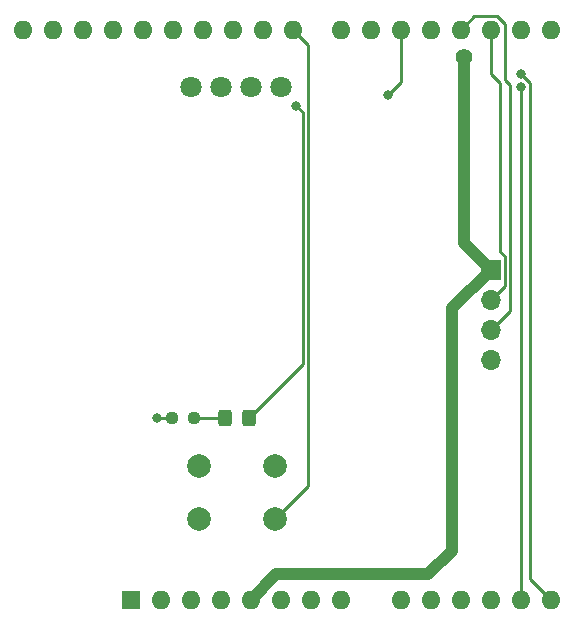
<source format=gbr>
%TF.GenerationSoftware,KiCad,Pcbnew,(6.0.2)*%
%TF.CreationDate,2022-03-01T12:54:45-05:00*%
%TF.ProjectId,arduino_shield,61726475-696e-46f5-9f73-6869656c642e,A*%
%TF.SameCoordinates,PX8954400PY4e95300*%
%TF.FileFunction,Copper,L1,Top*%
%TF.FilePolarity,Positive*%
%FSLAX46Y46*%
G04 Gerber Fmt 4.6, Leading zero omitted, Abs format (unit mm)*
G04 Created by KiCad (PCBNEW (6.0.2)) date 2022-03-01 12:54:45*
%MOMM*%
%LPD*%
G01*
G04 APERTURE LIST*
G04 Aperture macros list*
%AMRoundRect*
0 Rectangle with rounded corners*
0 $1 Rounding radius*
0 $2 $3 $4 $5 $6 $7 $8 $9 X,Y pos of 4 corners*
0 Add a 4 corners polygon primitive as box body*
4,1,4,$2,$3,$4,$5,$6,$7,$8,$9,$2,$3,0*
0 Add four circle primitives for the rounded corners*
1,1,$1+$1,$2,$3*
1,1,$1+$1,$4,$5*
1,1,$1+$1,$6,$7*
1,1,$1+$1,$8,$9*
0 Add four rect primitives between the rounded corners*
20,1,$1+$1,$2,$3,$4,$5,0*
20,1,$1+$1,$4,$5,$6,$7,0*
20,1,$1+$1,$6,$7,$8,$9,0*
20,1,$1+$1,$8,$9,$2,$3,0*%
G04 Aperture macros list end*
%TA.AperFunction,ComponentPad*%
%ADD10C,1.800000*%
%TD*%
%TA.AperFunction,ComponentPad*%
%ADD11C,2.000000*%
%TD*%
%TA.AperFunction,SMDPad,CuDef*%
%ADD12RoundRect,0.237500X0.250000X0.237500X-0.250000X0.237500X-0.250000X-0.237500X0.250000X-0.237500X0*%
%TD*%
%TA.AperFunction,ComponentPad*%
%ADD13R,1.700000X1.700000*%
%TD*%
%TA.AperFunction,ComponentPad*%
%ADD14O,1.700000X1.700000*%
%TD*%
%TA.AperFunction,SMDPad,CuDef*%
%ADD15RoundRect,0.250000X-0.325000X-0.450000X0.325000X-0.450000X0.325000X0.450000X-0.325000X0.450000X0*%
%TD*%
%TA.AperFunction,ComponentPad*%
%ADD16R,1.600000X1.600000*%
%TD*%
%TA.AperFunction,ComponentPad*%
%ADD17O,1.600000X1.600000*%
%TD*%
%TA.AperFunction,ViaPad*%
%ADD18C,1.400000*%
%TD*%
%TA.AperFunction,ViaPad*%
%ADD19C,0.800000*%
%TD*%
%TA.AperFunction,Conductor*%
%ADD20C,1.000000*%
%TD*%
%TA.AperFunction,Conductor*%
%ADD21C,0.250000*%
%TD*%
G04 APERTURE END LIST*
D10*
%TO.P,DS1,1,GND*%
%TO.N,GND*%
X17940000Y-8300000D03*
%TO.P,DS1,2,VCC*%
%TO.N,+5V*%
X20480000Y-8300000D03*
%TO.P,DS1,3,SCL*%
%TO.N,/I2C_SCL*%
X23020000Y-8300000D03*
%TO.P,DS1,4,SDA*%
%TO.N,/I2C_SDA*%
X25560000Y-8300000D03*
%TD*%
D11*
%TO.P,SW1,1,1*%
%TO.N,GND*%
X25050000Y-40400000D03*
X18550000Y-40400000D03*
%TO.P,SW1,2,2*%
%TO.N,/INPUT*%
X18550000Y-44900000D03*
X25050000Y-44900000D03*
%TD*%
D12*
%TO.P,R1,1*%
%TO.N,Net-(D1-Pad1)*%
X18150000Y-36350000D03*
%TO.P,R1,2*%
%TO.N,GND*%
X16325000Y-36350000D03*
%TD*%
D13*
%TO.P,J1,1,Pin_1*%
%TO.N,+5V*%
X43270000Y-23815000D03*
D14*
%TO.P,J1,2,Pin_2*%
%TO.N,/SENSOR_A*%
X43270000Y-26355000D03*
%TO.P,J1,3,Pin_3*%
%TO.N,/SENSOR_B*%
X43270000Y-28895000D03*
%TO.P,J1,4,Pin_4*%
%TO.N,GND*%
X43270000Y-31435000D03*
%TD*%
D15*
%TO.P,D1,1,K*%
%TO.N,Net-(D1-Pad1)*%
X20775000Y-36350000D03*
%TO.P,D1,2,A*%
%TO.N,/OUTPUT*%
X22825000Y-36350000D03*
%TD*%
D16*
%TO.P,A1,1,NC*%
%TO.N,unconnected-(A1-Pad1)*%
X12825000Y-51740000D03*
D17*
%TO.P,A1,2,IOREF*%
%TO.N,unconnected-(A1-Pad2)*%
X15365000Y-51740000D03*
%TO.P,A1,3,~{RESET}*%
%TO.N,unconnected-(A1-Pad3)*%
X17905000Y-51740000D03*
%TO.P,A1,4,3V3*%
%TO.N,unconnected-(A1-Pad4)*%
X20445000Y-51740000D03*
%TO.P,A1,5,+5V*%
%TO.N,+5V*%
X22985000Y-51740000D03*
%TO.P,A1,6,GND*%
%TO.N,GND*%
X25525000Y-51740000D03*
%TO.P,A1,7,GND*%
X28065000Y-51740000D03*
%TO.P,A1,8,VIN*%
%TO.N,unconnected-(A1-Pad8)*%
X30605000Y-51740000D03*
%TO.P,A1,9,A0*%
%TO.N,unconnected-(A1-Pad9)*%
X35685000Y-51740000D03*
%TO.P,A1,10,A1*%
%TO.N,unconnected-(A1-Pad10)*%
X38225000Y-51740000D03*
%TO.P,A1,11,A2*%
%TO.N,unconnected-(A1-Pad11)*%
X40765000Y-51740000D03*
%TO.P,A1,12,A3*%
%TO.N,unconnected-(A1-Pad12)*%
X43305000Y-51740000D03*
%TO.P,A1,13,SDA/A4*%
%TO.N,/I2C_SDA*%
X45845000Y-51740000D03*
%TO.P,A1,14,SCL/A5*%
%TO.N,/I2C_SCL*%
X48385000Y-51740000D03*
%TO.P,A1,15,D0/RX*%
%TO.N,unconnected-(A1-Pad15)*%
X48385000Y-3480000D03*
%TO.P,A1,16,D1/TX*%
%TO.N,unconnected-(A1-Pad16)*%
X45845000Y-3480000D03*
%TO.P,A1,17,D2*%
%TO.N,/SENSOR_A*%
X43305000Y-3480000D03*
%TO.P,A1,18,D3*%
%TO.N,/SENSOR_B*%
X40765000Y-3480000D03*
%TO.P,A1,19,D4*%
%TO.N,unconnected-(A1-Pad19)*%
X38225000Y-3480000D03*
%TO.P,A1,20,D5*%
%TO.N,/OUTPUT*%
X35685000Y-3480000D03*
%TO.P,A1,21,D6*%
%TO.N,unconnected-(A1-Pad21)*%
X33145000Y-3480000D03*
%TO.P,A1,22,D7*%
%TO.N,unconnected-(A1-Pad22)*%
X30605000Y-3480000D03*
%TO.P,A1,23,D8*%
%TO.N,/INPUT*%
X26545000Y-3480000D03*
%TO.P,A1,24,D9*%
%TO.N,unconnected-(A1-Pad24)*%
X24005000Y-3480000D03*
%TO.P,A1,25,D10*%
%TO.N,unconnected-(A1-Pad25)*%
X21465000Y-3480000D03*
%TO.P,A1,26,D11*%
%TO.N,unconnected-(A1-Pad26)*%
X18925000Y-3480000D03*
%TO.P,A1,27,D12*%
%TO.N,unconnected-(A1-Pad27)*%
X16385000Y-3480000D03*
%TO.P,A1,28,D13*%
%TO.N,unconnected-(A1-Pad28)*%
X13845000Y-3480000D03*
%TO.P,A1,29,GND*%
%TO.N,GND*%
X11305000Y-3480000D03*
%TO.P,A1,30,AREF*%
%TO.N,unconnected-(A1-Pad30)*%
X8765000Y-3480000D03*
%TO.P,A1,31,SDA/A4*%
%TO.N,unconnected-(A1-Pad31)*%
X6225000Y-3480000D03*
%TO.P,A1,32,SCL/A5*%
%TO.N,unconnected-(A1-Pad32)*%
X3685000Y-3480000D03*
%TD*%
D18*
%TO.N,+5V*%
X41000000Y-5825989D03*
D19*
%TO.N,GND*%
X15000000Y-36350000D03*
%TO.N,/I2C_SDA*%
X45800000Y-8300000D03*
%TO.N,/I2C_SCL*%
X45800000Y-7200000D03*
%TO.N,/OUTPUT*%
X26800000Y-9900000D03*
X34551793Y-9024500D03*
%TD*%
D20*
%TO.N,+5V*%
X40000000Y-27085000D02*
X43270000Y-23815000D01*
X41000000Y-21545000D02*
X41000000Y-5825989D01*
X22985000Y-51740000D02*
X25125000Y-49600000D01*
X40000000Y-47600000D02*
X40000000Y-27085000D01*
X25125000Y-49600000D02*
X38000000Y-49600000D01*
X43270000Y-23815000D02*
X41000000Y-21545000D01*
X38000000Y-49600000D02*
X40000000Y-47600000D01*
D21*
%TO.N,GND*%
X16325000Y-36350000D02*
X15000000Y-36350000D01*
%TO.N,/I2C_SDA*%
X45845000Y-51740000D02*
X45845000Y-8345000D01*
X45845000Y-8345000D02*
X45800000Y-8300000D01*
%TO.N,/I2C_SCL*%
X46600000Y-49955000D02*
X46600000Y-8000000D01*
X46600000Y-8000000D02*
X45800000Y-7200000D01*
X48385000Y-51740000D02*
X46600000Y-49955000D01*
%TO.N,/SENSOR_A*%
X44094511Y-22290489D02*
X44094510Y-8028476D01*
X44444511Y-22640489D02*
X44094511Y-22290489D01*
X44444511Y-25180489D02*
X44444511Y-22640489D01*
X43270000Y-26355000D02*
X44444511Y-25180489D01*
X44094510Y-8028476D02*
X43305000Y-7238966D01*
X43305000Y-7238966D02*
X43305000Y-3480000D01*
%TO.N,/SENSOR_B*%
X44900000Y-8198262D02*
X44450000Y-7748262D01*
X44450000Y-3034700D02*
X43770789Y-2355489D01*
X44450000Y-7748262D02*
X44450000Y-3034700D01*
X43270000Y-28895000D02*
X44900000Y-27265000D01*
X41889511Y-2355489D02*
X40765000Y-3480000D01*
X43770789Y-2355489D02*
X41889511Y-2355489D01*
X44900000Y-27265000D02*
X44900000Y-8198262D01*
%TO.N,/OUTPUT*%
X27350000Y-10450000D02*
X27350000Y-11350000D01*
X26800000Y-9900000D02*
X27350000Y-10450000D01*
X35685000Y-7891293D02*
X34551793Y-9024500D01*
X22825000Y-36325000D02*
X27350000Y-31800000D01*
X27350000Y-31800000D02*
X27350000Y-11350000D01*
X22825000Y-36350000D02*
X22825000Y-36325000D01*
X35685000Y-3480000D02*
X35685000Y-7891293D01*
%TO.N,/INPUT*%
X27799510Y-4734510D02*
X26545000Y-3480000D01*
X27799510Y-42150490D02*
X27799510Y-4734510D01*
X25050000Y-44900000D02*
X27799510Y-42150490D01*
%TO.N,Net-(D1-Pad1)*%
X18150000Y-36350000D02*
X20775000Y-36350000D01*
%TD*%
M02*

</source>
